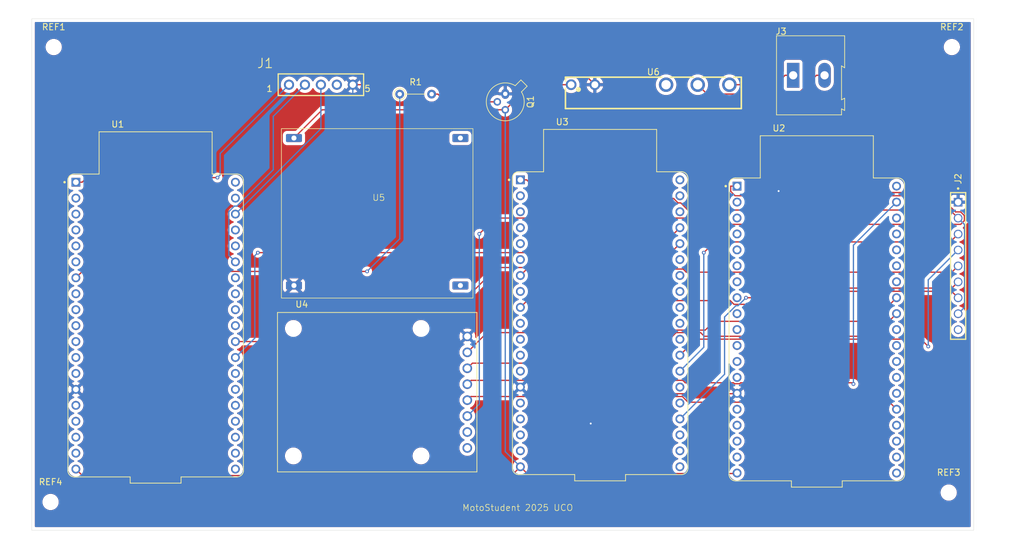
<source format=kicad_pcb>
(kicad_pcb (version 20241229) (generator "pcbnew") (generator_version "9.0")
  (layers (0 "F.Cu" signal) (2 "B.Cu" signal) (13 "F.Paste" user) (15 "B.Paste" user) (5 "F.SilkS" user "F.Silkscreen") (7 "B.SilkS" user "B.Silkscreen") (1 "F.Mask" user) (3 "B.Mask" user) (25 "Edge.Cuts" user))
  (net 0 "")
  (net 46 "Net-(U2-IO2)")
  (net 64 "Net-(U2-3V3)")
  (net 68 "Net-(U2-IO18)")
  (net 69 "Net-(U2-IO19)")
  (net 70 "Net-(U2-IO23)")
  (net 95 "GND")
  (net 96 "Net-(J1-3V3)")
  (net 97 "Net-(J1-D)")
  (net 98 "Net-(J1-C)")
  (net 100 "Net-(J2-DC)")
  (net 101 "Net-(J2-RST)")
  (net 102 "Net-(J2-BL)")
  (net 103 "Net-(J2-SDA)")
  (net 104 "Net-(J2-SCL)")
  (net 105 "Net-(J2-CS)")
  (net 106 "Net-(U1-IO17)")
  (net 107 "Net-(U1-IO16)")
  (net 114 "Net-(J3-Pin_1)")
  (net 115 "Net-(J3-Pin_2)")
  (net 116 "Net-(Q1-C)")
  (net 117 "Net-(Q1-B)")
  (net 118 "Net-(U1-IO32)")
  (footprint "ESP32-DEVKITC-32E:MODULE_ESP32-DEVKITC-32E" (layer "F.Cu") (at 195 106.5)
    (property "Reference" "U2" (at -6.0325 -32.0675 0) (layer "F.SilkS"))
    (property "Value" "ESP32-DEVKITC-32E")
    (fp_line (start -13.97 23.13) (end -13.97 -23.13) (stroke (width 0.127)) (layer "F.SilkS"))
    (fp_line (start -12.97 -24.13) (end -9 -24.13) (stroke (width 0.127)) (layer "F.SilkS"))
    (fp_line (start -12.97 24.13) (end -4.05 24.13) (stroke (width 0.127)) (layer "F.SilkS"))
    (fp_line (start -9 -30.87) (end 9 -30.87) (stroke (width 0.127)) (layer "F.SilkS"))
    (fp_line (start -9 -24.13) (end -9 -30.87) (stroke (width 0.127)) (layer "F.SilkS"))
    (fp_line (start -4.05 24.13) (end -4.05 25.13) (stroke (width 0.127)) (layer "F.SilkS"))
    (fp_line (start -4.05 25.13) (end 4.05 25.13) (stroke (width 0.127)) (layer "F.SilkS"))
    (fp_line (start 4.05 24.13) (end 12.97 24.13) (stroke (width 0.127)) (layer "F.SilkS"))
    (fp_line (start 4.05 25.13) (end 4.05 24.13) (stroke (width 0.127)) (layer "F.SilkS"))
    (fp_line (start 9 -30.87) (end 9 -24.13) (stroke (width 0.127)) (layer "F.SilkS"))
    (fp_line (start 9 -24.13) (end 12.97 -24.13) (stroke (width 0.127)) (layer "F.SilkS"))
    (fp_line (start 13.97 23.13) (end 13.97 -23.13) (stroke (width 0.127)) (layer "F.SilkS"))
    (fp_arc (start -13.97 -23.13) (mid -13.677107 -23.837107) (end -12.97 -24.13) (stroke (width 0.127)) (layer "F.SilkS"))
    (fp_arc (start -12.97 24.13) (mid -13.677107 23.837107) (end -13.97 23.13) (stroke (width 0.127)) (layer "F.SilkS"))
    (fp_arc (start 12.97 -24.13) (mid 13.677107 -23.837107) (end 13.97 -23.13) (stroke (width 0.127)) (layer "F.SilkS"))
    (fp_arc (start 13.97 23.13) (mid 13.677107 23.837107) (end 12.97 24.13) (stroke (width 0.127)) (layer "F.SilkS"))
    (fp_circle (center -14.5 -22.835) (end -14.4 -22.835) (stroke (width 0.2)) (fill no) (layer "F.SilkS"))
    (pad "J2_1" thru_hole rect (at -12.7 -22.835) (size 1.408 1.408) (drill 0.9) (layers "*.Cu" "*.Mask") (net 64 "Net-(U2-3V3)"))
    (pad "J2_2" thru_hole circle (at -12.7 -20.295) (size 1.408 1.408) (drill 0.9) (layers "*.Cu" "*.Mask"))
    (pad "J2_3" thru_hole circle (at -12.7 -17.755) (size 1.408 1.408) (drill 0.9) (layers "*.Cu" "*.Mask"))
    (pad "J2_4" thru_hole circle (at -12.7 -15.215) (size 1.408 1.408) (drill 0.9) (layers "*.Cu" "*.Mask"))
    (pad "J2_5" thru_hole circle (at -12.7 -12.675) (size 1.408 1.408) (drill 0.9) (layers "*.Cu" "*.Mask"))
    (pad "J2_6" thru_hole circle (at -12.7 -10.135) (size 1.408 1.408) (drill 0.9) (layers "*.Cu" "*.Mask"))
    (pad "J2_7" thru_hole circle (at -12.7 -7.595) (size 1.408 1.408) (drill 0.9) (layers "*.Cu" "*.Mask"))
    (pad "J2_8" thru_hole circle (at -12.7 -5.055) (size 1.408 1.408) (drill 0.9) (layers "*.Cu" "*.Mask"))
    (pad "J2_9" thru_hole circle (at -12.7 -2.515) (size 1.408 1.408) (drill 0.9) (layers "*.Cu" "*.Mask"))
    (pad "J2_10" thru_hole circle (at -12.7 0.025) (size 1.408 1.408) (drill 0.9) (layers "*.Cu" "*.Mask"))
    (pad "J2_11" thru_hole circle (at -12.7 2.565) (size 1.408 1.408) (drill 0.9) (layers "*.Cu" "*.Mask"))
    (pad "J2_12" thru_hole circle (at -12.7 5.105) (size 1.408 1.408) (drill 0.9) (layers "*.Cu" "*.Mask"))
    (pad "J2_13" thru_hole circle (at -12.7 7.645) (size 1.408 1.408) (drill 0.9) (layers "*.Cu" "*.Mask"))
    (pad "J2_14" thru_hole circle (at -12.7 10.185) (size 1.408 1.408) (drill 0.9) (layers "*.Cu" "*.Mask") (net 95 "GND"))
    (pad "J2_15" thru_hole circle (at -12.7 12.725) (size 1.408 1.408) (drill 0.9) (layers "*.Cu" "*.Mask"))
    (pad "J2_16" thru_hole circle (at -12.7 15.265) (size 1.408 1.408) (drill 0.9) (layers "*.Cu" "*.Mask"))
    (pad "J2_17" thru_hole circle (at -12.7 17.805) (size 1.408 1.408) (drill 0.9) (layers "*.Cu" "*.Mask"))
    (pad "J2_18" thru_hole circle (at -12.7 20.345) (size 1.408 1.408) (drill 0.9) (layers "*.Cu" "*.Mask"))
    (pad "J2_19" thru_hole circle (at -12.7 22.885) (size 1.408 1.408) (drill 0.9) (layers "*.Cu" "*.Mask") (net 116 "Net-(Q1-C)"))
    (pad "J3_1" thru_hole circle (at 12.7 -22.835) (size 1.408 1.408) (drill 0.9) (layers "*.Cu" "*.Mask"))
    (pad "J3_2" thru_hole circle (at 12.7 -20.295) (size 1.408 1.408) (drill 0.9) (layers "*.Cu" "*.Mask") (net 70 "Net-(U2-IO23)"))
    (pad "J3_3" thru_hole circle (at 12.7 -17.755) (size 1.408 1.408) (drill 0.9) (layers "*.Cu" "*.Mask"))
    (pad "J3_4" thru_hole circle (at 12.7 -15.215) (size 1.408 1.408) (drill 0.9) (layers "*.Cu" "*.Mask"))
    (pad "J3_5" thru_hole circle (at 12.7 -12.675) (size 1.408 1.408) (drill 0.9) (layers "*.Cu" "*.Mask"))
    (pad "J3_6" thru_hole circle (at 12.7 -10.135) (size 1.408 1.408) (drill 0.9) (layers "*.Cu" "*.Mask"))
    (pad "J3_7" thru_hole circle (at 12.7 -7.595) (size 1.408 1.408) (drill 0.9) (layers "*.Cu" "*.Mask"))
    (pad "J3_8" thru_hole circle (at 12.7 -5.055) (size 1.408 1.408) (drill 0.9) (layers "*.Cu" "*.Mask") (net 69 "Net-(U2-IO19)"))
    (pad "J3_9" thru_hole circle (at 12.7 -2.515) (size 1.408 1.408) (drill 0.9) (layers "*.Cu" "*.Mask") (net 68 "Net-(U2-IO18)"))
    (pad "J3_10" thru_hole circle (at 12.7 0.025) (size 1.408 1.408) (drill 0.9) (layers "*.Cu" "*.Mask"))
    (pad "J3_11" thru_hole circle (at 12.7 2.565) (size 1.408 1.408) (drill 0.9) (layers "*.Cu" "*.Mask"))
    (pad "J3_12" thru_hole circle (at 12.7 5.105) (size 1.408 1.408) (drill 0.9) (layers "*.Cu" "*.Mask"))
    (pad "J3_13" thru_hole circle (at 12.7 7.645) (size 1.408 1.408) (drill 0.9) (layers "*.Cu" "*.Mask"))
    (pad "J3_14" thru_hole circle (at 12.7 10.185) (size 1.408 1.408) (drill 0.9) (layers "*.Cu" "*.Mask"))
    (pad "J3_15" thru_hole circle (at 12.7 12.725) (size 1.408 1.408) (drill 0.9) (layers "*.Cu" "*.Mask") (net 46 "Net-(U2-IO2)"))
    (pad "J3_16" thru_hole circle (at 12.7 15.265) (size 1.408 1.408) (drill 0.9) (layers "*.Cu" "*.Mask"))
    (pad "J3_17" thru_hole circle (at 12.7 17.805) (size 1.408 1.408) (drill 0.9) (layers "*.Cu" "*.Mask"))
    (pad "J3_18" thru_hole circle (at 12.7 20.345) (size 1.408 1.408) (drill 0.9) (layers "*.Cu" "*.Mask"))
    (pad "J3_19" thru_hole circle (at 12.7 22.885) (size 1.408 1.408) (drill 0.9) (layers "*.Cu" "*.Mask"))
  )
  (footprint "Library:MODULE_254" (layer "F.Cu") (at 125 116.5)
    (property "Reference" "U4" (at -12 -14 0) (layer "F.SilkS"))
    (property "Value" "YL-30")
    (fp_line (start -15.875 -12.7) (end 15.875 -12.7) (stroke (width 0.127)) (layer "F.SilkS"))
    (fp_line (start -15.875 12.7) (end -15.875 -12.7) (stroke (width 0.127)) (layer "F.SilkS"))
    (fp_line (start 15.875 -12.7) (end 15.875 12.7) (stroke (width 0.127)) (layer "F.SilkS"))
    (fp_line (start 15.875 12.7) (end -15.875 12.7) (stroke (width 0.127)) (layer "F.SilkS"))
    (pad "" np_thru_hole circle (at -13.335 -10.16) (size 2.2 2.2) (drill 2.2) (layers "*.Cu" "*.Mask"))
    (pad "" np_thru_hole circle (at -13.335 10.16) (size 2.2 2.2) (drill 2.2) (layers "*.Cu" "*.Mask"))
    (pad "" np_thru_hole circle (at 6.985 -10.16) (size 2.2 2.2) (drill 2.2) (layers "*.Cu" "*.Mask"))
    (pad "" np_thru_hole circle (at 6.985 10.16) (size 2.2 2.2) (drill 2.2) (layers "*.Cu" "*.Mask"))
    (pad "1" thru_hole circle (at 14.351 -8.89) (size 1.53 1.53) (drill 1.02) (layers "*.Cu" "*.Mask") (net 95 "GND"))
    (pad "2" thru_hole circle (at 14.351 -6.35) (size 1.53 1.53) (drill 1.02) (layers "*.Cu" "*.Mask") (net 69 "Net-(U2-IO19)"))
    (pad "3" thru_hole circle (at 14.351 -3.81) (size 1.53 1.53) (drill 1.02) (layers "*.Cu" "*.Mask") (net 68 "Net-(U2-IO18)"))
    (pad "4" thru_hole circle (at 14.351 -1.27) (size 1.53 1.53) (drill 1.02) (layers "*.Cu" "*.Mask") (net 70 "Net-(U2-IO23)"))
    (pad "5" thru_hole circle (at 14.351 1.27) (size 1.53 1.53) (drill 1.02) (layers "*.Cu" "*.Mask") (net 46 "Net-(U2-IO2)"))
    (pad "6" thru_hole circle (at 14.351 3.81) (size 1.53 1.53) (drill 1.02) (layers "*.Cu" "*.Mask") (net 64 "Net-(U2-3V3)"))
    (pad "7" thru_hole circle (at 14.351 6.35) (size 1.53 1.53) (drill 1.02) (layers "*.Cu" "*.Mask"))
    (pad "8" thru_hole circle (at 14.351 8.89) (size 1.53 1.53) (drill 1.02) (layers "*.Cu" "*.Mask"))
  )
  (footprint "ESP32-DEVKITC-32E:MODULE_ESP32-DEVKITC-32E" (layer "F.Cu") (at 89.7275 105.87)
    (property "Reference" "U1" (at -6.0325 -32.0675 0) (layer "F.SilkS"))
    (property "Value" "ESP32-DEVKITC-32E")
    (fp_line (start -13.97 23.13) (end -13.97 -23.13) (stroke (width 0.127)) (layer "F.SilkS"))
    (fp_line (start -12.97 -24.13) (end -9 -24.13) (stroke (width 0.127)) (layer "F.SilkS"))
    (fp_line (start -12.97 24.13) (end -4.05 24.13) (stroke (width 0.127)) (layer "F.SilkS"))
    (fp_line (start -9 -30.87) (end 9 -30.87) (stroke (width 0.127)) (layer "F.SilkS"))
    (fp_line (start -9 -24.13) (end -9 -30.87) (stroke (width 0.127)) (layer "F.SilkS"))
    (fp_line (start -4.05 24.13) (end -4.05 25.13) (stroke (width 0.127)) (layer "F.SilkS"))
    (fp_line (start -4.05 25.13) (end 4.05 25.13) (stroke (width 0.127)) (layer "F.SilkS"))
    (fp_line (start 4.05 24.13) (end 12.97 24.13) (stroke (width 0.127)) (layer "F.SilkS"))
    (fp_line (start 4.05 25.13) (end 4.05 24.13) (stroke (width 0.127)) (layer "F.SilkS"))
    (fp_line (start 9 -30.87) (end 9 -24.13) (stroke (width 0.127)) (layer "F.SilkS"))
    (fp_line (start 9 -24.13) (end 12.97 -24.13) (stroke (width 0.127)) (layer "F.SilkS"))
    (fp_line (start 13.97 23.13) (end 13.97 -23.13) (stroke (width 0.127)) (layer "F.SilkS"))
    (fp_arc (start -13.97 -23.13) (mid -13.677107 -23.837107) (end -12.97 -24.13) (stroke (width 0.127)) (layer "F.SilkS"))
    (fp_arc (start -12.97 24.13) (mid -13.677107 23.837107) (end -13.97 23.13) (stroke (width 0.127)) (layer "F.SilkS"))
    (fp_arc (start 12.97 -24.13) (mid 13.677107 -23.837107) (end 13.97 -23.13) (stroke (width 0.127)) (layer "F.SilkS"))
    (fp_arc (start 13.97 23.13) (mid 13.677107 23.837107) (end 12.97 24.13) (stroke (width 0.127)) (layer "F.SilkS"))
    (fp_circle (center -14.5 -22.835) (end -14.4 -22.835) (stroke (width 0.2)) (fill no) (layer "F.SilkS"))
    (pad "J2_1" thru_hole rect (at -12.7 -22.835) (size 1.408 1.408) (drill 0.9) (layers "*.Cu" "*.Mask") (net 96 "Net-(J1-3V3)"))
    (pad "J2_2" thru_hole circle (at -12.7 -20.295) (size 1.408 1.408) (drill 0.9) (layers "*.Cu" "*.Mask"))
    (pad "J2_3" thru_hole circle (at -12.7 -17.755) (size 1.408 1.408) (drill 0.9) (layers "*.Cu" "*.Mask"))
    (pad "J2_4" thru_hole circle (at -12.7 -15.215) (size 1.408 1.408) (drill 0.9) (layers "*.Cu" "*.Mask"))
    (pad "J2_5" thru_hole circle (at -12.7 -12.675) (size 1.408 1.408) (drill 0.9) (layers "*.Cu" "*.Mask"))
    (pad "J2_6" thru_hole circle (at -12.7 -10.135) (size 1.408 1.408) (drill 0.9) (layers "*.Cu" "*.Mask"))
    (pad "J2_7" thru_hole circle (at -12.7 -7.595) (size 1.408 1.408) (drill 0.9) (layers "*.Cu" "*.Mask") (net 118 "Net-(U1-IO32)"))
    (pad "J2_8" thru_hole circle (at -12.7 -5.055) (size 1.408 1.408) (drill 0.9) (layers "*.Cu" "*.Mask"))
    (pad "J2_9" thru_hole circle (at -12.7 -2.515) (size 1.408 1.408) (drill 0.9) (layers "*.Cu" "*.Mask"))
    (pad "J2_10" thru_hole circle (at -12.7 0.025) (size 1.408 1.408) (drill 0.9) (layers "*.Cu" "*.Mask"))
    (pad "J2_11" thru_hole circle (at -12.7 2.565) (size 1.408 1.408) (drill 0.9) (layers "*.Cu" "*.Mask"))
    (pad "J2_12" thru_hole circle (at -12.7 5.105) (size 1.408 1.408) (drill 0.9) (layers "*.Cu" "*.Mask"))
    (pad "J2_13" thru_hole circle (at -12.7 7.645) (size 1.408 1.408) (drill 0.9) (layers "*.Cu" "*.Mask"))
    (pad "J2_14" thru_hole circle (at -12.7 10.185) (size 1.408 1.408) (drill 0.9) (layers "*.Cu" "*.Mask") (net 95 "GND"))
    (pad "J2_15" thru_hole circle (at -12.7 12.725) (size 1.408 1.408) (drill 0.9) (layers "*.Cu" "*.Mask"))
    (pad "J2_16" thru_hole circle (at -12.7 15.265) (size 1.408 1.408) (drill 0.9) (layers "*.Cu" "*.Mask"))
    (pad "J2_17" thru_hole circle (at -12.7 17.805) (size 1.408 1.408) (drill 0.9) (layers "*.Cu" "*.Mask"))
    (pad "J2_18" thru_hole circle (at -12.7 20.345) (size 1.408 1.408) (drill 0.9) (layers "*.Cu" "*.Mask"))
    (pad "J2_19" thru_hole circle (at -12.7 22.885) (size 1.408 1.408) (drill 0.9) (layers "*.Cu" "*.Mask") (net 116 "Net-(Q1-C)"))
    (pad "J3_1" thru_hole circle (at 12.7 -22.835) (size 1.408 1.408) (drill 0.9) (layers "*.Cu" "*.Mask"))
    (pad "J3_2" thru_hole circle (at 12.7 -20.295) (size 1.408 1.408) (drill 0.9) (layers "*.Cu" "*.Mask"))
    (pad "J3_3" thru_hole circle (at 12.7 -17.755) (size 1.408 1.408) (drill 0.9) (layers "*.Cu" "*.Mask") (net 98 "Net-(J1-C)"))
    (pad "J3_4" thru_hole circle (at 12.7 -15.215) (size 1.408 1.408) (drill 0.9) (layers "*.Cu" "*.Mask"))
    (pad "J3_5" thru_hole circle (at 12.7 -12.675) (size 1.408 1.408) (drill 0.9) (layers "*.Cu" "*.Mask"))
    (pad "J3_6" thru_hole circle (at 12.7 -10.135) (size 1.408 1.408) (drill 0.9) (layers "*.Cu" "*.Mask") (net 97 "Net-(J1-D)"))
    (pad "J3_7" thru_hole circle (at 12.7 -7.595) (size 1.408 1.408) (drill 0.9) (layers "*.Cu" "*.Mask"))
    (pad "J3_8" thru_hole circle (at 12.7 -5.055) (size 1.408 1.408) (drill 0.9) (layers "*.Cu" "*.Mask"))
    (pad "J3_9" thru_hole circle (at 12.7 -2.515) (size 1.408 1.408) (drill 0.9) (layers "*.Cu" "*.Mask"))
    (pad "J3_10" thru_hole circle (at 12.7 0.025) (size 1.408 1.408) (drill 0.9) (layers "*.Cu" "*.Mask"))
    (pad "J3_11" thru_hole circle (at 12.7 2.565) (size 1.408 1.408) (drill 0.9) (layers "*.Cu" "*.Mask") (net 106 "Net-(U1-IO17)"))
    (pad "J3_12" thru_hole circle (at 12.7 5.105) (size 1.408 1.408) (drill 0.9) (layers "*.Cu" "*.Mask") (net 107 "Net-(U1-IO16)"))
    (pad "J3_13" thru_hole circle (at 12.7 7.645) (size 1.408 1.408) (drill 0.9) (layers "*.Cu" "*.Mask"))
    (pad "J3_14" thru_hole circle (at 12.7 10.185) (size 1.408 1.408) (drill 0.9) (layers "*.Cu" "*.Mask"))
    (pad "J3_15" thru_hole circle (at 12.7 12.725) (size 1.408 1.408) (drill 0.9) (layers "*.Cu" "*.Mask"))
    (pad "J3_16" thru_hole circle (at 12.7 15.265) (size 1.408 1.408) (drill 0.9) (layers "*.Cu" "*.Mask"))
    (pad "J3_17" thru_hole circle (at 12.7 17.805) (size 1.408 1.408) (drill 0.9) (layers "*.Cu" "*.Mask"))
    (pad "J3_18" thru_hole circle (at 12.7 20.345) (size 1.408 1.408) (drill 0.9) (layers "*.Cu" "*.Mask"))
    (pad "J3_19" thru_hole circle (at 12.7 22.885) (size 1.408 1.408) (drill 0.9) (layers "*.Cu" "*.Mask"))
  )
  (footprint "ESP32-DEVKITC-32E:MODULE_ESP32-DEVKITC-32E" (layer "F.Cu") (at 160.5 105.5)
    (property "Reference" "U3" (at -6.0325 -32.0675 0) (layer "F.SilkS"))
    (property "Value" "ESP32-DEVKITC-32E")
    (fp_line (start -13.97 23.13) (end -13.97 -23.13) (stroke (width 0.127)) (layer "F.SilkS"))
    (fp_line (start -12.97 -24.13) (end -9 -24.13) (stroke (width 0.127)) (layer "F.SilkS"))
    (fp_line (start -12.97 24.13) (end -4.05 24.13) (stroke (width 0.127)) (layer "F.SilkS"))
    (fp_line (start -9 -30.87) (end 9 -30.87) (stroke (width 0.127)) (layer "F.SilkS"))
    (fp_line (start -9 -24.13) (end -9 -30.87) (stroke (width 0.127)) (layer "F.SilkS"))
    (fp_line (start -4.05 24.13) (end -4.05 25.13) (stroke (width 0.127)) (layer "F.SilkS"))
    (fp_line (start -4.05 25.13) (end 4.05 25.13) (stroke (width 0.127)) (layer "F.SilkS"))
    (fp_line (start 4.05 24.13) (end 12.97 24.13) (stroke (width 0.127)) (layer "F.SilkS"))
    (fp_line (start 4.05 25.13) (end 4.05 24.13) (stroke (width 0.127)) (layer "F.SilkS"))
    (fp_line (start 9 -30.87) (end 9 -24.13) (stroke (width 0.127)) (layer "F.SilkS"))
    (fp_line (start 9 -24.13) (end 12.97 -24.13) (stroke (width 0.127)) (layer "F.SilkS"))
    (fp_line (start 13.97 23.13) (end 13.97 -23.13) (stroke (width 0.127)) (layer "F.SilkS"))
    (fp_arc (start -13.97 -23.13) (mid -13.677107 -23.837107) (end -12.97 -24.13) (stroke (width 0.127)) (layer "F.SilkS"))
    (fp_arc (start -12.97 24.13) (mid -13.677107 23.837107) (end -13.97 23.13) (stroke (width 0.127)) (layer "F.SilkS"))
    (fp_arc (start 12.97 -24.13) (mid 13.677107 -23.837107) (end 13.97 -23.13) (stroke (width 0.127)) (layer "F.SilkS"))
    (fp_arc (start 13.97 23.13) (mid 13.677107 23.837107) (end 12.97 24.13) (stroke (width 0.127)) (layer "F.SilkS"))
    (fp_circle (center -14.5 -22.835) (end -14.4 -22.835) (stroke (width 0.2)) (fill no) (layer "F.SilkS"))
    (pad "J2_1" thru_hole rect (at -12.7 -22.835) (size 1.408 1.408) (drill 0.9) (layers "*.Cu" "*.Mask") (net 102 "Net-(J2-BL)"))
    (pad "J2_2" thru_hole circle (at -12.7 -20.295) (size 1.408 1.408) (drill 0.9) (layers "*.Cu" "*.Mask"))
    (pad "J2_3" thru_hole circle (at -12.7 -17.755) (size 1.408 1.408) (drill 0.9) (layers "*.Cu" "*.Mask"))
    (pad "J2_4" thru_hole circle (at -12.7 -15.215) (size 1.408 1.408) (drill 0.9) (layers "*.Cu" "*.Mask"))
    (pad "J2_5" thru_hole circle (at -12.7 -12.675) (size 1.408 1.408) (drill 0.9) (layers "*.Cu" "*.Mask"))
    (pad "J2_6" thru_hole circle (at -12.7 -10.135) (size 1.408 1.408) (drill 0.9) (layers "*.Cu" "*.Mask"))
    (pad "J2_7" thru_hole circle (at -12.7 -7.595) (size 1.408 1.408) (drill 0.9) (layers "*.Cu" "*.Mask") (net 101 "Net-(J2-RST)"))
    (pad "J2_8" thru_hole circle (at -12.7 -5.055) (size 1.408 1.408) (drill 0.9) (layers "*.Cu" "*.Mask"))
    (pad "J2_9" thru_hole circle (at -12.7 -2.515) (size 1.408 1.408) (drill 0.9) (layers "*.Cu" "*.Mask") (net 105 "Net-(J2-CS)"))
    (pad "J2_10" thru_hole circle (at -12.7 0.025) (size 1.408 1.408) (drill 0.9) (layers "*.Cu" "*.Mask"))
    (pad "J2_11" thru_hole circle (at -12.7 2.565) (size 1.408 1.408) (drill 0.9) (layers "*.Cu" "*.Mask"))
    (pad "J2_12" thru_hole circle (at -12.7 5.105) (size 1.408 1.408) (drill 0.9) (layers "*.Cu" "*.Mask"))
    (pad "J2_13" thru_hole circle (at -12.7 7.645) (size 1.408 1.408) (drill 0.9) (layers "*.Cu" "*.Mask"))
    (pad "J2_14" thru_hole circle (at -12.7 10.185) (size 1.408 1.408) (drill 0.9) (layers "*.Cu" "*.Mask") (net 95 "GND"))
    (pad "J2_15" thru_hole circle (at -12.7 12.725) (size 1.408 1.408) (drill 0.9) (layers "*.Cu" "*.Mask"))
    (pad "J2_16" thru_hole circle (at -12.7 15.265) (size 1.408 1.408) (drill 0.9) (layers "*.Cu" "*.Mask"))
    (pad "J2_17" thru_hole circle (at -12.7 17.805) (size 1.408 1.408) (drill 0.9) (layers "*.Cu" "*.Mask"))
    (pad "J2_18" thru_hole circle (at -12.7 20.345) (size 1.408 1.408) (drill 0.9) (layers "*.Cu" "*.Mask"))
    (pad "J2_19" thru_hole circle (at -12.7 22.885) (size 1.408 1.408) (drill 0.9) (layers "*.Cu" "*.Mask") (net 116 "Net-(Q1-C)"))
    (pad "J3_1" thru_hole circle (at 12.7 -22.835) (size 1.408 1.408) (drill 0.9) (layers "*.Cu" "*.Mask"))
    (pad "J3_2" thru_hole circle (at 12.7 -20.295) (size 1.408 1.408) (drill 0.9) (layers "*.Cu" "*.Mask"))
    (pad "J3_3" thru_hole circle (at 12.7 -17.755) (size 1.408 1.408) (drill 0.9) (layers "*.Cu" "*.Mask"))
    (pad "J3_4" thru_hole circle (at 12.7 -15.215) (size 1.408 1.408) (drill 0.9) (layers "*.Cu" "*.Mask") (net 107 "Net-(U1-IO16)"))
    (pad "J3_5" thru_hole circle (at 12.7 -12.675) (size 1.408 1.408) (drill 0.9) (layers "*.Cu" "*.Mask") (net 106 "Net-(U1-IO17)"))
    (pad "J3_6" thru_hole circle (at 12.7 -10.135) (size 1.408 1.408) (drill 0.9) (layers "*.Cu" "*.Mask"))
    (pad "J3_7" thru_hole circle (at 12.7 -7.595) (size 1.408 1.408) (drill 0.9) (layers "*.Cu" "*.Mask"))
    (pad "J3_8" thru_hole circle (at 12.7 -5.055) (size 1.408 1.408) (drill 0.9) (layers "*.Cu" "*.Mask"))
    (pad "J3_9" thru_hole circle (at 12.7 -2.515) (size 1.408 1.408) (drill 0.9) (layers "*.Cu" "*.Mask"))
    (pad "J3_10" thru_hole circle (at 12.7 0.025) (size 1.408 1.408) (drill 0.9) (layers "*.Cu" "*.Mask"))
    (pad "J3_11" thru_hole circle (at 12.7 2.565) (size 1.408 1.408) (drill 0.9) (layers "*.Cu" "*.Mask"))
    (pad "J3_12" thru_hole circle (at 12.7 5.105) (size 1.408 1.408) (drill 0.9) (layers "*.Cu" "*.Mask") (net 103 "Net-(J2-SDA)"))
    (pad "J3_13" thru_hole circle (at 12.7 7.645) (size 1.408 1.408) (drill 0.9) (layers "*.Cu" "*.Mask") (net 104 "Net-(J2-SCL)"))
    (pad "J3_14" thru_hole circle (at 12.7 10.185) (size 1.408 1.408) (drill 0.9) (layers "*.Cu" "*.Mask"))
    (pad "J3_15" thru_hole circle (at 12.7 12.725) (size 1.408 1.408) (drill 0.9) (layers "*.Cu" "*.Mask"))
    (pad "J3_16" thru_hole circle (at 12.7 15.265) (size 1.408 1.408) (drill 0.9) (layers "*.Cu" "*.Mask") (net 100 "Net-(J2-DC)"))
    (pad "J3_17" thru_hole circle (at 12.7 17.805) (size 1.408 1.408) (drill 0.9) (layers "*.Cu" "*.Mask"))
    (pad "J3_18" thru_hole circle (at 12.7 20.345) (size 1.408 1.408) (drill 0.9) (layers "*.Cu" "*.Mask"))
    (pad "J3_19" thru_hole circle (at 12.7 22.885) (size 1.408 1.408) (drill 0.9) (layers "*.Cu" "*.Mask"))
  )
  (footprint "relais:RELAY-TH_HF41F-X-ZS_C9900006963" (layer "F.Cu") (at 168.48 67.5)
    (property "Reference" "U6" (at 0.5 -2.027 0) (layer "F.SilkS"))
    (property "Value" "~")
    (fp_line (start -13.5 -1.2) (end -13.5 -0.597) (stroke (width 0.254)) (layer "F.SilkS"))
    (fp_line (start -13.5 -1.2) (end 1.8385 -1.2) (stroke (width 0.254)) (layer "F.SilkS"))
    (fp_line (start -13.5 0.597) (end -13.5 3.8) (stroke (width 0.254)) (layer "F.SilkS"))
    (fp_line (start 3.2015 -1.2) (end 6.8785 -1.2) (stroke (width 0.254)) (layer "F.SilkS"))
    (fp_line (start 8.2415 -1.2) (end 11.9185 -1.2) (stroke (width 0.254)) (layer "F.SilkS"))
    (fp_line (start 13.2815 -1.2) (end 14.5 -1.2) (stroke (width 0.254)) (layer "F.SilkS"))
    (fp_line (start 14.5 -1.2) (end 14.5 3.8) (stroke (width 0.254)) (layer "F.SilkS"))
    (fp_line (start 14.5 3.8) (end -13.5 3.8) (stroke (width 0.254)) (layer "F.SilkS"))
    (fp_circle (center -11.4305 0.762) (end -11.2305 0.762) (stroke (width 0.4)) (fill no) (layer "F.SilkS"))
    (pad "1" thru_hole circle (at -12.6 0) (size 1.7 1.7) (drill 1.1) (layers "*.Cu" "*.Mask") (net 116 "Net-(Q1-C)"))
    (pad "2" thru_hole circle (at -8.8205 0) (size 1.7 1.7) (drill 1.1) (layers "*.Cu" "*.Mask") (net 95 "GND"))
    (pad "3" thru_hole circle (at 2.52 0) (size 2.3 2.3) (drill 1.5) (layers "*.Cu" "*.Mask"))
    (pad "4" thru_hole circle (at 7.56 0) (size 2.3 2.3) (drill 1.5) (layers "*.Cu" "*.Mask") (net 115 "Net-(J3-Pin_2)"))
    (pad "5" thru_hole circle (at 12.6 0) (size 2.3 2.3) (drill 1.5) (layers "*.Cu" "*.Mask") (net 114 "Net-(J3-Pin_1)"))
  )
  (footprint "Package_TO_SOT_THT:TO-18-3" (layer "F.Cu") (at 145.3953 68.96 -90)
    (property "Reference" "Q1" (at 1.27 -4.02 90) (layer "F.SilkS"))
    (property "Value" "BC107")
    (fp_line (start -2.214448 -2.494499) (end -1.302281 -1.582331) (stroke (width 0.12)) (layer "F.SilkS"))
    (fp_line (start -0.312331 -2.572281) (end -1.224499 -3.484448) (stroke (width 0.12)) (layer "F.SilkS"))
    (fp_line (start -1.224499 -3.484448) (end -2.214448 -2.494499) (stroke (width 0.12)) (layer "F.SilkS"))
    (fp_arc (start -0.312331 -2.572281) (mid 3.405462 2.135462) (end -1.302281 -1.582331) (stroke (width 0.12)) (layer "F.SilkS"))
    (pad "1" thru_hole oval (at 0 0 270) (size 1.6 1.2) (drill 0.7) (layers "*.Cu" "*.Mask") (net 95 "GND"))
    (pad "2" thru_hole circle (at 1.27 1.27 270) (size 1.2 1.2) (drill 0.7) (layers "*.Cu" "*.Mask") (net 117 "Net-(Q1-B)"))
    (pad "3" thru_hole circle (at 2.54 0 270) (size 1.2 1.2) (drill 0.7) (layers "*.Cu" "*.Mask") (net 116 "Net-(Q1-C)"))
  )
  (footprint "MountingHole:MountingHole_2.1mm" (layer "F.Cu") (at 216 132.5)
    (property "Reference" "REF3" (at 0 -3.2 0) (layer "F.SilkS"))
    (property "Value" "MountingHole_2.1mm")
    (pad "" np_thru_hole circle (at 0 0) (size 2.1 2.1) (drill 2.1) (layers "*.Cu" "*.Mask"))
  )
  (footprint "Resistor_THT:R_Axial_DIN0204_L3.6mm_D1.6mm_P5.08mm_Vertical" (layer "F.Cu") (at 128.59 69)
    (property "Reference" "R1" (at 2.54 -1.92 0) (layer "F.SilkS"))
    (property "Value" "R")
    (fp_line (start 0.92 0) (end 4.08 0) (stroke (width 0.12)) (layer "F.SilkS"))
    (fp_circle (center 0 0) (end 0.92 0) (stroke (width 0.12)) (fill no) (layer "F.SilkS"))
    (pad "1" thru_hole circle (at 0 0) (size 1.4 1.4) (drill 0.7) (layers "*.Cu" "*.Mask") (net 118 "Net-(U1-IO32)"))
    (pad "2" thru_hole oval (at 5.08 0) (size 1.4 1.4) (drill 0.7) (layers "*.Cu" "*.Mask") (net 117 "Net-(Q1-B)"))
  )
  (footprint "LM2596:LM25" (layer "F.Cu") (at 111.75 76)
    (property "Reference" "U5" (at 13.5 9.5 0) (layer "F.SilkS") (effects (font (thickness 0.1))))
    (property "Value" "~")
    (fp_rect (start -2 -1.5) (end 28.5 25.5) (stroke (width 0.1)) (fill no) (layer "F.SilkS"))
    (pad "1" thru_hole roundrect (at 0 0) (size 2.54 1.27) (drill 0.8) (layers "*.Cu" "*.Mask") (roundrect_rratio 0.15) (net 116 "Net-(Q1-C)"))
    (pad "2" thru_hole roundrect (at 0 23.5) (size 2.54 1.27) (drill 0.8) (layers "*.Cu" "*.Mask") (roundrect_rratio 0.15) (net 95 "GND"))
    (pad "3" thru_hole roundrect (at 26.5 23.5) (size 2.54 1.27) (drill 0.8) (layers "*.Cu" "*.Mask") (roundrect_rratio 0.15))
    (pad "4" thru_hole roundrect (at 26.5 0) (size 2.54 1.27) (drill 0.8) (layers "*.Cu" "*.Mask") (roundrect_rratio 0.15))
  )
  (footprint "TerminalBlock:TerminalBlock_Altech_AK300-2_P5.00mm" (layer "F.Cu") (at 191.235 66)
    (property "Reference" "J3" (at -1.92 -6.99 0) (layer "F.SilkS"))
    (property "Value" "Screw_Terminal_01x02")
    (fp_line (start -2.65 -6.3) (end -2.65 6.3) (stroke (width 0.12)) (layer "F.SilkS"))
    (fp_line (start -2.65 6.3) (end 7.7 6.3) (stroke (width 0.12)) (layer "F.SilkS"))
    (fp_line (start 7.7 -1.5) (end 8.2 -1.2) (stroke (width 0.12)) (layer "F.SilkS"))
    (fp_line (start 7.7 3.9) (end 7.7 -1.5) (stroke (width 0.12)) (layer "F.SilkS"))
    (fp_line (start 7.7 5.35) (end 8.2 5.6) (stroke (width 0.12)) (layer "F.SilkS"))
    (fp_line (start 7.7 6.3) (end 7.7 5.35) (stroke (width 0.12)) (layer "F.SilkS"))
    (fp_line (start 8.2 -6.3) (end -2.65 -6.3) (stroke (width 0.12)) (layer "F.SilkS"))
    (fp_line (start 8.2 -1.2) (end 8.2 -6.3) (stroke (width 0.12)) (layer "F.SilkS"))
    (fp_line (start 8.2 3.65) (end 7.7 3.9) (stroke (width 0.12)) (layer "F.SilkS"))
    (fp_line (start 8.2 3.7) (end 8.2 3.65) (stroke (width 0.12)) (layer "F.SilkS"))
    (fp_line (start 8.2 5.6) (end 8.2 3.7) (stroke (width 0.12)) (layer "F.SilkS"))
    (pad "1" thru_hole rect (at 0 0) (size 1.98 3.96) (drill 1.32) (layers "*.Cu" "*.Mask") (net 114 "Net-(J3-Pin_1)"))
    (pad "2" thru_hole oval (at 5 0) (size 1.98 3.96) (drill 1.32) (layers "*.Cu" "*.Mask") (net 115 "Net-(J3-Pin_2)"))
  )
  (footprint "MountingHole:MountingHole_2.1mm" (layer "F.Cu") (at 216.5 61.5)
    (property "Reference" "REF2" (at 0 -3.2 0) (layer "F.SilkS"))
    (property "Value" "MountingHole_2.1mm")
    (pad "" np_thru_hole circle (at 0 0) (size 2.1 2.1) (drill 2.1) (layers "*.Cu" "*.Mask"))
  )
  (footprint "MountingHole:MountingHole_2.1mm" (layer "F.Cu") (at 73.5 61.5)
    (property "Reference" "REF1" (at 0 -3.2 0) (layer "F.SilkS"))
    (property "Value" "MountingHole_2.1mm")
    (pad "" np_thru_hole circle (at 0 0) (size 2.1 2.1) (drill 2.1) (layers "*.Cu" "*.Mask"))
  )
  (footprint "MountingHole:MountingHole_2.1mm" (layer "F.Cu") (at 73 134)
    (property "Reference" "REF4" (at 0 -3.2 0) (layer "F.SilkS"))
    (property "Value" "MountingHole_2.1mm")
    (pad "" np_thru_hole circle (at 0 0) (size 2.1 2.1) (drill 2.1) (layers "*.Cu" "*.Mask"))
  )
  (footprint "SAMTEC-DW-05-07-X-S-200:SAMTEC-DW-05-07-X-S-200" (layer "F.Cu") (at 116.04 67.5)
    (property "Reference" "J1" (at -8.8685 -3.4075 0) (layer "F.SilkS") (effects (font (size 1.5 1.5))))
    (property "Value" "conn1x05")
    (fp_line (start -6.8 -1.72) (end -6.8 1.72) (stroke (width 0.2)) (layer "F.SilkS"))
    (fp_line (start -6.8 1.72) (end 6.8 1.72) (stroke (width 0.2)) (layer "F.SilkS"))
    (fp_line (start 6.8 -1.72) (end -6.8 -1.72) (stroke (width 0.2)) (layer "F.SilkS"))
    (fp_line (start 6.8 1.72) (end 6.8 -1.72) (stroke (width 0.2)) (layer "F.SilkS"))
    (fp_text user "5" (at 7.42 0.635 0) (layer "F.SilkS"))
    (fp_text user "1" (at -8.17 0.635 0) (layer "F.SilkS"))
    (pad "1" thru_hole circle (at -5.08 0) (size 1.62 1.62) (drill 1.02) (layers "*.Cu") (net 96 "Net-(J1-3V3)"))
    (pad "2" thru_hole circle (at -2.54 0) (size 1.62 1.62) (drill 1.02) (layers "*.Cu") (net 97 "Net-(J1-D)"))
    (pad "3" thru_hole circle (at 0 0) (size 1.62 1.62) (drill 1.02) (layers "*.Cu") (net 98 "Net-(J1-C)"))
    (pad "4" thru_hole circle (at 2.54 0) (size 1.62 1.62) (drill 1.02) (layers "*.Cu"))
    (pad "5" thru_hole circle (at 5.08 0) (size 1.62 1.62) (drill 1.02) (layers "*.Cu") (net 95 "GND"))
  )
  (footprint "ESQ-109-33-G-S:SAMTEC_ESQ-109-33-G-S" (layer "F.Cu") (at 217.5 86.22 -90)
    (property "Reference" "J2" (at -3.72 0 90) (layer "F.SilkS"))
    (property "Value" "Display")
    (fp_line (start -1.525 1.205) (end -1.525 -1.205) (stroke (width 0.2)) (layer "F.SilkS"))
    (fp_line (start 21.845 1.205) (end -1.525 1.205) (stroke (width 0.2)) (layer "F.SilkS"))
    (fp_line (start 21.845 -1.205) (end 21.845 1.205) (stroke (width 0.2)) (layer "F.SilkS"))
    (fp_line (start 21.845 -1.205) (end -1.525 -1.205) (stroke (width 0.2)) (layer "F.SilkS"))
    (fp_circle (center -2.175 0) (end -2.075 0) (stroke (width 0.2)) (fill no) (layer "F.SilkS"))
    (pad "01" thru_hole rect (at 0 0 270) (size 1.37 1.37) (drill 1.02) (layers "*.Cu" "*.Mask") (net 95 "GND"))
    (pad "02" thru_hole circle (at 2.54 0 270) (size 1.37 1.37) (drill 1.02) (layers "*.Cu" "*.Mask") (net 102 "Net-(J2-BL)"))
    (pad "03" thru_hole circle (at 5.08 0 270) (size 1.37 1.37) (drill 1.02) (layers "*.Cu" "*.Mask") (net 104 "Net-(J2-SCL)"))
    (pad "04" thru_hole circle (at 7.62 0 270) (size 1.37 1.37) (drill 1.02) (layers "*.Cu" "*.Mask") (net 103 "Net-(J2-SDA)"))
    (pad "05" thru_hole circle (at 10.16 0 270) (size 1.37 1.37) (drill 1.02) (layers "*.Cu" "*.Mask") (net 101 "Net-(J2-RST)"))
    (pad "06" thru_hole circle (at 12.7 0 270) (size 1.37 1.37) (drill 1.02) (layers "*.Cu" "*.Mask") (net 100 "Net-(J2-DC)"))
    (pad "07" thru_hole circle (at 15.24 0 270) (size 1.37 1.37) (drill 1.02) (layers "*.Cu" "*.Mask") (net 105 "Net-(J2-CS)"))
    (pad "08" thru_hole circle (at 17.78 0 270) (size 1.37 1.37) (drill 1.02) (layers "*.Cu" "*.Mask") (net 102 "Net-(J2-BL)"))
    (pad "09" thru_hole circle (at 20.32 0 270) (size 1.37 1.37) (drill 1.02) (layers "*.Cu" "*.Mask"))
  )
  (gr_rect (start 70 57) (end 220 138.5) (stroke (width 0.05)) (fill no) (layer "Edge.Cuts"))
  (gr_text "MotoStudent 2025 UCO" (at 138.5 135.5 0) (layer "F.SilkS") (effects (font (size 1 1) (thickness 0.1)) (justify left bottom)))
  (segment (start 139.351 117.77) (end 139.926 117.195) (width 0.2) (layer "F.Cu") (net 46))
  (segment (start 139.926 117.195) (end 173.592 117.195) (width 0.2) (layer "F.Cu") (net 46))
  (segment (start 206.572 118.097) (end 207.7 119.225) (width 0.2) (layer "F.Cu") (net 46))
  (segment (start 173.592 117.195) (end 174.494 118.097) (width 0.2) (layer "F.Cu") (net 46))
  (segment (start 174.494 118.097) (end 206.572 118.097) (width 0.2) (layer "F.Cu") (net 46))
  (segment (start 214.517 85.1993) (end 217.091 87.7733) (width 0.2) (layer "F.Cu") (net 64))
  (segment (start 143.787 88.7507) (end 141.263 91.275) (width 0.2) (layer "F.Cu") (net 64))
  (segment (start 217.905 89.7507) (end 175.877 89.7507) (width 0.2) (layer "F.Cu") (net 64))
  (segment (start 217.091 87.7733) (end 217.909 87.7733) (width 0.2) (layer "F.Cu") (net 64))
  (segment (start 181.294 83.665) (end 181.294 84.4984) (width 0.2) (layer "F.Cu") (net 64))
  (segment (start 218.487 88.3512) (end 218.487 89.1688) (width 0.2) (layer "F.Cu") (net 64))
  (segment (start 218.487 89.1688) (end 217.905 89.7507) (width 0.2) (layer "F.Cu") (net 64))
  (segment (start 217.909 87.7733) (end 218.487 88.3512) (width 0.2) (layer "F.Cu") (net 64))
  (segment (start 181.294 84.4984) (end 181.995 85.1993) (width 0.2) (layer "F.Cu") (net 64))
  (segment (start 182.3 83.665) (end 181.294 83.665) (width 0.2) (layer "F.Cu") (net 64))
  (segment (start 174.877 88.7507) (end 143.787 88.7507) (width 0.2) (layer "F.Cu") (net 64))
  (segment (start 181.995 85.1993) (end 214.517 85.1993) (width 0.2) (layer "F.Cu") (net 64))
  (segment (start 175.877 89.7507) (end 174.877 88.7507) (width 0.2) (layer "F.Cu") (net 64))
  (via (at 141.263 91.275) (size 0.6) (drill 0.3) (layers "F.Cu" "B.Cu") (net 64))
  (segment (start 141.263 91.275) (end 141.263 118.398) (width 0.2) (layer "B.Cu") (net 64))
  (segment (start 141.263 118.398) (end 139.351 120.31) (width 0.2) (layer "B.Cu") (net 64))
  (segment (start 207.7 103.985) (end 204.095 107.59) (width 0.2) (layer "F.Cu") (net 68))
  (segment (start 140.166 111.875) (end 139.351 112.69) (width 0.2) (layer "F.Cu") (net 68))
  (segment (start 177.081 107.59) (end 176.502 107.012) (width 0.2) (layer "F.Cu") (net 68))
  (segment (start 172.596 107.012) (end 167.732 111.875) (width 0.2) (layer "F.Cu") (net 68))
  (segment (start 167.732 111.875) (end 140.166 111.875) (width 0.2) (layer "F.Cu") (net 68))
  (segment (start 204.095 107.59) (end 177.081 107.59) (width 0.2) (layer "F.Cu") (net 68))
  (segment (start 176.502 107.012) (end 172.596 107.012) (width 0.2) (layer "F.Cu") (net 68))
  (segment (start 207.7 101.445) (end 203.939 105.206) (width 0.2) (layer "F.Cu") (net 69))
  (segment (start 177.24 106.61) (end 172.23 106.61) (width 0.2) (layer "F.Cu") (net 69))
  (segment (start 203.939 105.206) (end 178.643 105.206) (width 0.2) (layer "F.Cu") (net 69))
  (segment (start 171.994 106.845) (end 171.829 107.01) (width 0.2) (layer "F.Cu") (net 69))
  (segment (start 171.994 106.845) (end 171.829 107.01) (width 0.2) (layer "F.Cu") (net 69))
  (segment (start 142.491 107.01) (end 139.351 110.15) (width 0.2) (layer "F.Cu") (net 69))
  (segment (start 178.643 105.206) (end 177.24 106.61) (width 0.2) (layer "F.Cu") (net 69))
  (segment (start 171.829 107.01) (end 142.491 107.01) (width 0.2) (layer "F.Cu") (net 69))
  (segment (start 172.23 106.61) (end 171.994 106.845) (width 0.2) (layer "F.Cu") (net 69))
  (segment (start 200.636 115) (end 200.831 115.195) (width 0.2) (layer "F.Cu") (net 70))
  (segment (start 182.716285 115.15) (end 182.866285 115) (width 0.2) (layer "F.Cu") (net 70))
  (segment (start 181.883715 115.15) (end 182.716285 115.15) (width 0.2) (layer "F.Cu") (net 70))
  (segment (start 182.866285 115) (end 200.636 115) (width 0.2) (layer "F.Cu") (net 70))
  (segment (start 181.733715 115) (end 181.883715 115.15) (width 0.2) (layer "F.Cu") (net 70))
  (segment (start 139.351 115.23) (end 139.967 114.614) (width 0.2) (layer "F.Cu") (net 70))
  (segment (start 174.055 115) (end 181.733715 115) (width 0.2) (layer "F.Cu") (net 70))
  (segment (start 173.669 114.614) (end 174.055 115) (width 0.2) (layer "F.Cu") (net 70))
  (segment (start 139.967 114.614) (end 173.669 114.614) (width 0.2) (layer "F.Cu") (net 70))
  (via (at 200.831 115.195) (size 0.6) (drill 0.3) (layers "F.Cu" "B.Cu") (net 70))
  (segment (start 200.831 93.074) (end 207.7 86.205) (width 0.2) (layer "B.Cu") (net 70))
  (segment (start 200.831 115.195) (end 200.831 93.074) (width 0.2) (layer "B.Cu") (net 70))
  (segment (start 189.145 84.677) (end 188.917 84.4496) (width 0.2) (layer "F.Cu") (net 95))
  (segment (start 144.494 68.96) (end 143.034 67.5) (width 0.2) (layer "F.Cu") (net 95))
  (segment (start 148.926 66.3315) (end 146.297 68.96) (width 0.2) (layer "F.Cu") (net 95))
  (segment (start 148.857 116.742) (end 147.8 115.685) (width 0.2) (layer "F.Cu") (net 95))
  (segment (start 217.5 86.22) (end 216.513 86.22) (width 0.2) (layer "F.Cu") (net 95))
  (segment (start 182.3 116.685) (end 182.243 116.742) (width 0.2) (layer "F.Cu") (net 95))
  (segment (start 214.97 84.677) (end 189.145 84.677) (width 0.2) (layer "F.Cu") (net 95))
  (segment (start 159.66 67.5) (end 158.491 66.3315) (width 0.2) (layer "F.Cu") (net 95))
  (segment (start 146.297 68.96) (end 144.494 68.96) (width 0.2) (layer "F.Cu") (net 95))
  (segment (start 158.491 66.3315) (end 148.926 66.3315) (width 0.2) (layer "F.Cu") (net 95))
  (segment (start 143.034 67.5) (end 121.12 67.5) (width 0.2) (layer "F.Cu") (net 95))
  (segment (start 182.243 116.742) (end 148.857 116.742) (width 0.2) (layer "F.Cu") (net 95))
  (segment (start 216.513 86.22) (end 214.97 84.677) (width 0.2) (layer "F.Cu") (net 95))
  (via (at 159 121.5) (size 0.6) (drill 0.3) (layers "F.Cu" "B.Cu") (net 95))
  (via (at 188.917 84.4496) (size 0.6) (drill 0.3) (layers "F.Cu" "B.Cu") (net 95))
  (segment (start 121.12 67.5) (end 121.12 90.13) (width 0.2) (layer "B.Cu") (net 95))
  (segment (start 108.5 112.206) (end 108.5 102.75) (width 0.2) (layer "B.Cu") (net 95))
  (segment (start 182.3 116.685) (end 188.917 110.068) (width 0.2) (layer "B.Cu") (net 95))
  (segment (start 108.5 102.75) (end 111.75 99.5) (width 0.2) (layer "B.Cu") (net 95))
  (segment (start 188.917 110.068) (end 188.917 84.4496) (width 0.2) (layer "B.Cu") (net 95))
  (segment (start 121.12 90.13) (end 111.75 99.5) (width 0.2) (layer "B.Cu") (net 95))
  (segment (start 78.0332 83.035) (end 78.7632 82.305) (width 0.2) (layer "F.Cu") (net 96))
  (segment (start 77.0275 83.035) (end 78.0332 83.035) (width 0.2) (layer "F.Cu") (net 96))
  (segment (start 78.7632 82.305) (end 99.5652 82.305) (width 0.2) (layer "F.Cu") (net 96))
  (via (at 99.5652 82.305) (size 0.6) (drill 0.3) (layers "F.Cu" "B.Cu") (net 96))
  (segment (start 100 81.8702) (end 99.5652 82.305) (width 0.2) (layer "B.Cu") (net 96))
  (segment (start 100 78.46) (end 100 81.8702) (width 0.2) (layer "B.Cu") (net 96))
  (segment (start 110.96 67.5) (end 100 78.46) (width 0.2) (layer "B.Cu") (net 96))
  (segment (start 108.46 81.0433) (end 108.46 72.5405) (width 0.2) (layer "B.Cu") (net 97))
  (segment (start 101.379 87.7272) (end 102.261 86.845) (width 0.2) (layer "B.Cu") (net 97))
  (segment (start 102.428 95.735) (end 102.4277 95.7348) (width 0.2) (layer "B.Cu") (net 97))
  (segment (start 101.379 94.6861) (end 101.379 87.7272) (width 0.2) (layer "B.Cu") (net 97))
  (segment (start 108.46 72.5405) (end 113.5 67.5) (width 0.2) (layer "B.Cu") (net 97))
  (segment (start 102.261 86.845) (end 102.658 86.845) (width 0.2) (layer "B.Cu") (net 97))
  (segment (start 102.658 86.845) (end 108.46 81.0433) (width 0.2) (layer "B.Cu") (net 97))
  (segment (start 102.4277 95.7348) (end 101.379 94.6861) (width 0.2) (layer "B.Cu") (net 97))
  (segment (start 102.4275 95.735) (end 102.4277 95.7348) (width 0.2) (layer "B.Cu") (net 97))
  (segment (start 102.4275 88.115) (end 102.428 88.115) (width 0.2) (layer "B.Cu") (net 98))
  (segment (start 116.04 74.5025) (end 102.428 88.115) (width 0.2) (layer "B.Cu") (net 98))
  (segment (start 116.04 67.5) (end 116.04 74.5025) (width 0.2) (layer "B.Cu") (net 98))
  (segment (start 217.5 98.92) (end 216.509 99.9107) (width 0.2) (layer "F.Cu") (net 100))
  (segment (start 216.509 99.9107) (end 188 99.9107) (width 0.2) (layer "F.Cu") (net 100))
  (segment (start 183.727 101.447) (end 186.4637 101.447) (width 0.2) (layer "F.Cu") (net 100))
  (segment (start 186.4637 101.447) (end 188 99.9107) (width 0.2) (layer "F.Cu") (net 100))
  (via (at 183.727 101.447) (size 0.6) (drill 0.3) (layers "F.Cu" "B.Cu") (net 100))
  (segment (start 180.312 113.652) (end 180.312 104.514) (width 0.2) (layer "B.Cu") (net 100))
  (segment (start 182.112 102.715) (end 182.458 102.715) (width 0.2) (layer "B.Cu") (net 100))
  (segment (start 180.312 104.514) (end 182.112 102.715) (width 0.2) (layer "B.Cu") (net 100))
  (segment (start 173.2 120.765) (end 180.312 113.652) (width 0.2) (layer "B.Cu") (net 100))
  (segment (start 182.458 102.715) (end 183.727 101.447) (width 0.2) (layer "B.Cu") (net 100))
  (segment (start 148.828 96.8766) (end 173.712 96.8766) (width 0.2) (layer "F.Cu") (net 101))
  (segment (start 174.209 97.3743) (end 216.506 97.3743) (width 0.2) (layer "F.Cu") (net 101))
  (segment (start 147.8 97.905) (end 148.828 96.8766) (width 0.2) (layer "F.Cu") (net 101))
  (segment (start 173.712 96.8766) (end 174.209 97.3743) (width 0.2) (layer "F.Cu") (net 101))
  (segment (start 216.506 97.3743) (end 217.5 96.38) (width 0.2) (layer "F.Cu") (net 101))
  (segment (start 172.906 86.3334) (end 173.328 86.3334) (width 0.2) (layer "F.Cu") (net 102))
  (segment (start 174.47 87.475) (end 216.215 87.475) (width 0.2) (layer "F.Cu") (net 102))
  (segment (start 173.328 86.3334) (end 174.47 87.475) (width 0.2) (layer "F.Cu") (net 102))
  (segment (start 216.215 87.475) (end 217.5 88.76) (width 0.2) (layer "F.Cu") (net 102))
  (segment (start 148.806 82.665) (end 151.762 85.6215) (width 0.2) (layer "F.Cu") (net 102))
  (segment (start 151.762 85.6215) (end 172.194 85.6215) (width 0.2) (layer "F.Cu") (net 102))
  (segment (start 172.194 85.6215) (end 172.194 85.6216) (width 0.2) (layer "F.Cu") (net 102))
  (segment (start 147.8 82.665) (end 148.806 82.665) (width 0.2) (layer "F.Cu") (net 102))
  (segment (start 172.194 85.6216) (end 172.906 86.3334) (width 0.2) (layer "F.Cu") (net 102))
  (segment (start 218.518 102.982) (end 218.518 89.7779) (width 0.2) (layer "B.Cu") (net 102))
  (segment (start 217.5 104) (end 218.518 102.982) (width 0.2) (layer "B.Cu") (net 102))
  (segment (start 218.518 89.7779) (end 217.5 88.76) (width 0.2) (layer "B.Cu") (net 102))
  (segment (start 211.58 108.05) (end 212.744 109.215) (width 0.2) (layer "F.Cu") (net 103))
  (segment (start 173.2 110.605) (end 175.755 108.05) (width 0.2) (layer "F.Cu") (net 103))
  (segment (start 175.755 108.05) (end 211.58 108.05) (width 0.2) (layer "F.Cu") (net 103))
  (via (at 212.744 109.215) (size 0.6) (drill 0.3) (layers "F.Cu" "B.Cu") (net 103))
  (segment (start 212.744 109.215) (end 212.744 98.5956) (width 0.2) (layer "B.Cu") (net 103))
  (segment (start 212.744 98.5956) (end 217.5 93.84) (width 0.2) (layer "B.Cu") (net 103))
  (segment (start 178.714 92.555) (end 216.245 92.555) (width 0.2) (layer "F.Cu") (net 104))
  (segment (start 177.004 94.265) (end 178.714 92.555) (width 0.2) (layer "F.Cu") (net 104))
  (segment (start 216.245 92.555) (end 217.5 91.3) (width 0.2) (layer "F.Cu") (net 104))
  (via (at 177.004 94.265) (size 0.6) (drill 0.3) (layers "F.Cu" "B.Cu") (net 104))
  (segment (start 173.2 113.145) (end 177.004 109.341) (width 0.2) (layer "B.Cu") (net 104))
  (segment (start 177.004 109.341) (end 177.004 94.265) (width 0.2) (layer "B.Cu") (net 104))
  (segment (start 147.8 102.985) (end 148.874 101.911) (width 0.2) (layer "F.Cu") (net 105))
  (segment (start 216.465 100.425) (end 217.5 101.46) (width 0.2) (layer "F.Cu") (net 105))
  (segment (start 187.28 102.5) (end 189.355 100.425) (width 0.2) (layer "F.Cu") (net 105))
  (segment (start 148.874 101.911) (end 181.226 101.911) (width 0.2) (layer "F.Cu") (net 105))
  (segment (start 189.355 100.425) (end 216.465 100.425) (width 0.2) (layer "F.Cu") (net 105))
  (segment (start 181.815 102.5) (end 187.28 102.5) (width 0.2) (layer "F.Cu") (net 105))
  (segment (start 181.226 101.911) (end 181.815 102.5) (width 0.2) (layer "F.Cu") (net 105))
  (segment (start 144.063 96.635) (end 148.374 96.635) (width 0.2) (layer "F.Cu") (net 106))
  (segment (start 169.82 96.2051) (end 173.2 92.825) (width 0.2) (layer "F.Cu") (net 106))
  (segment (start 148.374 96.635) (end 148.804 96.2051) (width 0.2) (layer "F.Cu") (net 106))
  (segment (start 102.428 108.435) (end 132.263 108.435) (width 0.2) (layer "F.Cu") (net 106))
  (segment (start 132.263 108.435) (end 144.063 96.635) (width 0.2) (layer "F.Cu") (net 106))
  (segment (start 148.804 96.2051) (end 169.82 96.2051) (width 0.2) (layer "F.Cu") (net 106))
  (segment (start 102.4275 108.435) (end 102.428 108.435) (width 0.2) (layer "F.Cu") (net 106))
  (segment (start 169.22 94.265) (end 173.2 90.285) (width 0.2) (layer "F.Cu") (net 107))
  (segment (start 106 94.265) (end 169.22 94.265) (width 0.2) (layer "F.Cu") (net 107))
  (via (at 106 94.265) (size 0.6) (drill 0.3) (layers "F.Cu" "B.Cu") (net 107))
  (segment (start 105.522 107.88) (end 103.2957 110.107) (width 0.2) (layer "B.Cu") (net 107))
  (segment (start 106 94.265) (end 105.522 94.743) (width 0.2) (layer "B.Cu") (net 107))
  (segment (start 102.428 110.975) (end 103.2957 110.107) (width 0.2) (layer "B.Cu") (net 107))
  (segment (start 105.522 94.743) (end 105.522 107.88) (width 0.2) (layer "B.Cu") (net 107))
  (segment (start 102.4277 110.975) (end 103.2957 110.107) (width 0.2) (layer "B.Cu") (net 107))
  (segment (start 102.4275 110.975) (end 102.4277 110.975) (width 0.2) (layer "B.Cu") (net 107))
  (segment (start 189.943 66) (end 188.443 67.5) (width 0.2) (layer "F.Cu") (net 114))
  (segment (start 188.443 67.5) (end 181.08 67.5) (width 0.2) (layer "F.Cu") (net 114))
  (segment (start 191.235 66) (end 189.943 66) (width 0.2) (layer "F.Cu") (net 114))
  (segment (start 177.528 68.9875) (end 176.04 67.5) (width 0.2) (layer "F.Cu") (net 115))
  (segment (start 194.943 66) (end 191.956 68.9875) (width 0.2) (layer "F.Cu") (net 115))
  (segment (start 196.235 66) (end 194.943 66) (width 0.2) (layer "F.Cu") (net 115))
  (segment (start 191.956 68.9875) (end 177.528 68.9875) (width 0.2) (layer "F.Cu") (net 115))
  (segment (start 145.3952 71.4999) (end 145.3952 71.4998) (width 0.2) (layer "F.Cu") (net 116))
  (segment (start 182.218 129.467) (end 182.3 129.385) (width 0.2) (layer "F.Cu") (net 116))
  (segment (start 111.75 76) (end 116.25 71.5) (width 0.2) (layer "F.Cu") (net 116))
  (segment (start 146.4 129.785) (end 78.0576 129.785) (width 0.2) (layer "F.Cu") (net 116))
  (segment (start 147.8 128.385) (end 148.882 129.467) (width 0.2) (layer "F.Cu") (net 116))
  (segment (start 78.0576 129.785) (end 77.0275 128.755) (width 0.2) (layer "F.Cu") (net 116))
  (segment (start 147.8 128.385) (end 146.4 129.785) (width 0.2) (layer "F.Cu") (net 116))
  (segment (start 148.882 129.467) (end 182.218 129.467) (width 0.2) (layer "F.Cu") (net 116))
  (segment (start 149.395 67.5) (end 155.88 67.5) (width 0.2) (layer "F.Cu") (net 116))
  (segment (start 116.25 71.5) (end 145.395 71.5) (width 0.2) (layer "F.Cu") (net 116))
  (segment (start 145.3953 71.5) (end 145.3952 71.4999) (width 0.2) (layer "F.Cu") (net 116))
  (segment (start 145.3952 71.4998) (end 149.395 67.5) (width 0.2) (layer "F.Cu") (net 116))
  (segment (start 145.395 71.5) (end 145.3952 71.4998) (width 0.2) (layer "F.Cu") (net 116))
  (segment (start 147.8 128.385) (end 145.395 125.98) (width 0.2) (layer "B.Cu") (net 116))
  (segment (start 145.395 125.98) (end 145.395 76.6805) (width 0.2) (layer "B.Cu") (net 116))
  (segment (start 145.395 76.6805) (end 145.395 71.5) (width 0.2) (layer "B.Cu") (net 116))
  (segment (start 145.395 76.6805) (end 145.3953 76.6802) (width 0.2) (layer "B.Cu") (net 116))
  (segment (start 145.3953 76.6802) (end 145.3953 71.5) (width 0.2) (layer "B.Cu") (net 116))
  (segment (start 134.672 69) (end 135.902 70.23) (width 0.2) (layer "F.Cu") (net 117))
  (segment (start 135.902 70.23) (end 144.125 70.23) (width 0.2) (layer "F.Cu") (net 117))
  (segment (start 133.67 69) (end 134.672 69) (width 0.2) (layer "F.Cu") (net 117))
  (segment (start 144.1253 70.23) (end 144.125 70.23) (width 0.2) (layer "F.Cu") (net 117))
  (segment (start 77.0275 98.275) (end 78.0475 97.255) (width 0.2) (layer "F.Cu") (net 118))
  (segment (start 78.0475 97.255) (end 123.392 97.255) (width 0.2) (layer "F.Cu") (net 118))
  (via (at 123.392 97.255) (size 0.6) (drill 0.3) (layers "F.Cu" "B.Cu") (net 118))
  (segment (start 123.392 97.255) (end 128.59 92.0574) (width 0.2) (layer "B.Cu") (net 118))
  (segment (start 128.59 92.0574) (end 128.59 69) (width 0.2) (layer "B.Cu") (net 118))
  (zone (net 95) (net_name "GND") (layer "F.Cu") (connect_pads (clearance 0.5)) (min_thickness 0.25) (fill yes (thermal_gap 0.5) (thermal_bridge_width 0.5))
    (polygon (pts (xy 70 57) (xy 220 57) (xy 220 138.5) (xy 70 138.5)))
  )
  (zone (net 95) (net_name "GND") (layer "B.Cu") (priority 1) (connect_pads (clearance 0.5)) (min_thickness 0.25) (fill yes (thermal_gap 0.5) (thermal_bridge_width 0.5))
    (polygon (pts (xy 66.5 54) (xy 66.5 141) (xy 224 141) (xy 228 137) (xy 228 58) (xy 224 54)))
  )
)
</source>
